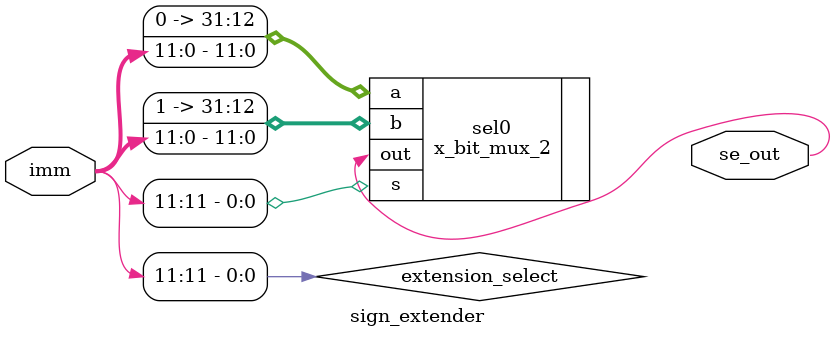
<source format=v>
module sign_extender #(
  parameter WIDTH = 32,
  parameter EXTENSION = 20
) (
  input [WIDTH-EXTENSION-1:0] imm,
  output se_out
);

wire extension_select;

assign extension_select = imm[WIDTH-EXTENSION-1];

x_bit_mux_2 #(.WIDTH(WIDTH)) sel0 (
  .a({{EXTENSION{1'b0}}, imm}), .b({{EXTENSION{1'b1}}, imm}), .s(extension_select),
  .out(se_out)
);

endmodule

</source>
